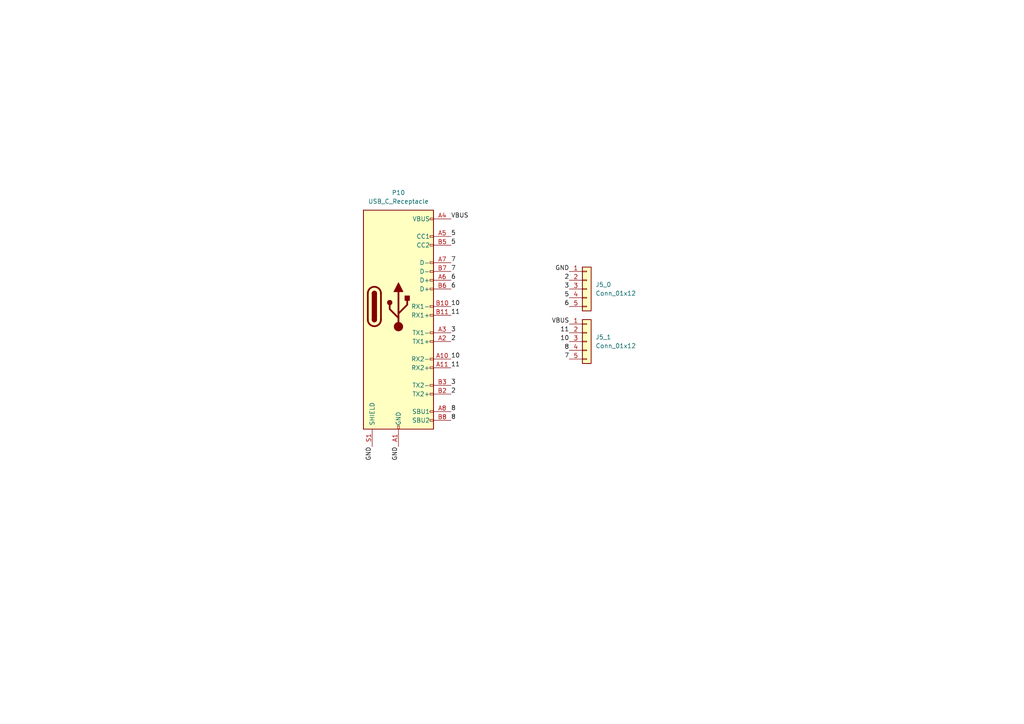
<source format=kicad_sch>
(kicad_sch (version 20250114) (generator "eeschema") (generator_version "9.0")
  (paper "A4")
  (lib_symbols
    (symbol "Connector:USB_C_Receptacle" (pin_names (offset 1.016))
      (property "Reference" "J" (at -10.16 29.21 0))
      (property "Value" "USB_C_Receptacle" (at 10.16 29.21 0))
      (symbol "USB_C_Receptacle_0_0"
        (rectangle (start -0.254 -35.56) (end 0.254 -34.544))
        (rectangle (start 10.16 25.654) (end 9.144 25.146))
        (rectangle (start 10.16 20.574) (end 9.144 20.066))
        (rectangle (start 10.16 18.034) (end 9.144 17.526))
        (rectangle (start 10.16 12.954) (end 9.144 12.446))
        (rectangle (start 10.16 10.414) (end 9.144 9.906))
        (rectangle (start 10.16 7.874) (end 9.144 7.366))
        (rectangle (start 10.16 5.334) (end 9.144 4.826))
        (rectangle (start 10.16 0.254) (end 9.144 -0.254))
        (rectangle (start 10.16 -2.286) (end 9.144 -2.794))
        (rectangle (start 10.16 -7.366) (end 9.144 -7.874))
        (rectangle (start 10.16 -9.906) (end 9.144 -10.414))
        (rectangle (start 10.16 -14.986) (end 9.144 -15.494))
        (rectangle (start 10.16 -17.526) (end 9.144 -18.034))
        (rectangle (start 10.16 -22.606) (end 9.144 -23.114))
        (rectangle (start 10.16 -25.146) (end 9.144 -25.654))
        (rectangle (start 10.16 -30.226) (end 9.144 -30.734))
        (rectangle (start 10.16 -32.766) (end 9.144 -33.274))
      )
      (symbol "USB_C_Receptacle_0_1"
        (rectangle (start -10.16 27.94) (end 10.16 -35.56) (stroke (width 0.254)) (fill (type background)))
        (polyline (pts (xy -8.89 -3.81) (xy -8.89 3.81)) (stroke (width 0.508)))
        (rectangle (start -7.62 -3.81) (end -6.35 3.81) (stroke (width 0.254)) (fill (type outline)))
        (arc (start -7.62 3.81) (mid -6.985 4.4423) (end -6.35 3.81) (stroke (width 0.254)))
        (arc (start -7.62 3.81) (mid -6.985 4.4423) (end -6.35 3.81) (stroke (width 0.254)) (fill (type outline)))
        (arc (start -8.89 3.81) (mid -6.985 5.7067) (end -5.08 3.81) (stroke (width 0.508)))
        (arc (start -5.08 -3.81) (mid -6.985 -5.7067) (end -8.89 -3.81) (stroke (width 0.508)))
        (arc (start -6.35 -3.81) (mid -6.985 -4.4423) (end -7.62 -3.81) (stroke (width 0.254)))
        (arc (start -6.35 -3.81) (mid -6.985 -4.4423) (end -7.62 -3.81) (stroke (width 0.254)) (fill (type outline)))
        (polyline (pts (xy -5.08 3.81) (xy -5.08 -3.81)) (stroke (width 0.508)))
      )
      (symbol "USB_C_Receptacle_1_1"
        (circle (center -2.54 1.143) (radius 0.635) (stroke (width 0.254)) (fill (type outline)))
        (polyline (pts (xy -1.27 4.318) (xy 0 6.858) (xy 1.27 4.318) (xy -1.27 4.318)) (stroke (width 0.254)) (fill (type outline)))
        (polyline (pts (xy 0 -2.032) (xy 2.54 0.508) (xy 2.54 1.778)) (stroke (width 0.508)))
        (polyline (pts (xy 0 -3.302) (xy -2.54 -0.762) (xy -2.54 0.508)) (stroke (width 0.508)))
        (polyline (pts (xy 0 -5.842) (xy 0 4.318)) (stroke (width 0.508)))
        (circle (center 0 -5.842) (radius 1.27) (fill (type outline)))
        (rectangle (start 1.905 1.778) (end 3.175 3.048) (stroke (width 0.254)) (fill (type outline)))
        (pin passive line (at -7.62 -40.64 90) (length 5.08) (name "SHIELD") (number "S1"))
        (pin passive line (at 0 -40.64 90) (length 5.08) (name "GND") (number "A1"))
        (pin passive line (at 0 -40.64 90) (length 5.08) (hide yes) (name "GND") (number "A12"))
        (pin passive line (at 0 -40.64 90) (length 5.08) (hide yes) (name "GND") (number "B1"))
        (pin passive line (at 0 -40.64 90) (length 5.08) (hide yes) (name "GND") (number "B12"))
        (pin passive line (at 15.24 25.4 180) (length 5.08) (name "VBUS") (number "A4"))
        (pin passive line (at 15.24 25.4 180) (length 5.08) (hide yes) (name "VBUS") (number "A9"))
        (pin passive line (at 15.24 25.4 180) (length 5.08) (hide yes) (name "VBUS") (number "B4"))
        (pin passive line (at 15.24 25.4 180) (length 5.08) (hide yes) (name "VBUS") (number "B9"))
        (pin bidirectional line (at 15.24 20.32 180) (length 5.08) (name "CC1") (number "A5"))
        (pin bidirectional line (at 15.24 17.78 180) (length 5.08) (name "CC2") (number "B5"))
        (pin bidirectional line (at 15.24 12.7 180) (length 5.08) (name "D-") (number "A7"))
        (pin bidirectional line (at 15.24 10.16 180) (length 5.08) (name "D-") (number "B7"))
        (pin bidirectional line (at 15.24 7.62 180) (length 5.08) (name "D+") (number "A6"))
        (pin bidirectional line (at 15.24 5.08 180) (length 5.08) (name "D+") (number "B6"))
        (pin bidirectional line (at 15.24 0 180) (length 5.08) (name "RX1-") (number "B10"))
        (pin bidirectional line (at 15.24 -2.54 180) (length 5.08) (name "RX1+") (number "B11"))
        (pin bidirectional line (at 15.24 -7.62 180) (length 5.08) (name "TX1-") (number "A3"))
        (pin bidirectional line (at 15.24 -10.16 180) (length 5.08) (name "TX1+") (number "A2"))
        (pin bidirectional line (at 15.24 -15.24 180) (length 5.08) (name "RX2-") (number "A10"))
        (pin bidirectional line (at 15.24 -17.78 180) (length 5.08) (name "RX2+") (number "A11"))
        (pin bidirectional line (at 15.24 -22.86 180) (length 5.08) (name "TX2-") (number "B3"))
        (pin bidirectional line (at 15.24 -25.4 180) (length 5.08) (name "TX2+") (number "B2"))
        (pin bidirectional line (at 15.24 -30.48 180) (length 5.08) (name "SBU1") (number "A8"))
        (pin bidirectional line (at 15.24 -33.02 180) (length 5.08) (name "SBU2") (number "B8"))
      )
    )
    (symbol "Connector_Generic:Conn_01x05" (pin_names (offset 1.016) (hide yes))
      (property "Reference" "J" (at 0 7.62 0))
      (property "Value" "Conn_01x05" (at 0 -7.62 0))
      (symbol "Conn_01x05_1_1"
        (rectangle (start -1.27 6.35) (end 1.27 -6.35) (stroke (width 0.254)) (fill (type background)))
        (rectangle (start -1.27 5.207) (end 0 4.953) (stroke (width 0.1524)))
        (rectangle (start -1.27 2.667) (end 0 2.413) (stroke (width 0.1524)))
        (rectangle (start -1.27 0.127) (end 0 -0.127) (stroke (width 0.1524)))
        (rectangle (start -1.27 -2.413) (end 0 -2.667) (stroke (width 0.1524)))
        (rectangle (start -1.27 -4.953) (end 0 -5.207) (stroke (width 0.1524)))
        (pin passive line (at -5.08 5.08 0) (length 3.81) (name "Pin_1") (number "1"))
        (pin passive line (at -5.08 2.54 0) (length 3.81) (name "Pin_2") (number "2"))
        (pin passive line (at -5.08 0 0) (length 3.81) (name "Pin_3") (number "3"))
        (pin passive line (at -5.08 -2.54 0) (length 3.81) (name "Pin_4") (number "4"))
        (pin passive line (at -5.08 -5.08 0) (length 3.81) (name "Pin_5") (number "5"))
      )
    )
  )
  (label "3" (at 165.1 83.82 180))
  (label "VBUS" (at 165.1 93.98 180))
  (label "2" (at 165.1 81.28 180))
  (label "GND" (at 165.1 78.74 180))
  (label "6" (at 130.81 83.82 0))
  (label "8" (at 130.81 121.92 0))
  (label "VBUS" (at 130.81 63.5 0))
  (label "6" (at 130.81 81.28 0))
  (label "2" (at 130.81 114.3 0))
  (label "GND" (at 107.95 129.54 270))
  (label "11" (at 165.1 96.52 180))
  (label "3" (at 130.81 96.52 0))
  (label "GND" (at 115.57 129.54 270))
  (label "11" (at 130.81 106.68 0))
  (label "3" (at 130.81 111.76 0))
  (label "5" (at 130.81 68.58 0))
  (label "6" (at 165.1 88.9 180))
  (label "5" (at 165.1 86.36 180))
  (label "2" (at 130.81 99.06 0))
  (label "8" (at 165.1 101.6 180))
  (label "7" (at 130.81 76.2 0))
  (label "7" (at 165.1 104.14 180))
  (label "10" (at 130.81 88.9 0))
  (label "10" (at 165.1 99.06 180))
  (label "10" (at 130.81 104.14 0))
  (label "5" (at 130.81 71.12 0))
  (label "7" (at 130.81 78.74 0))
  (label "8" (at 130.81 119.38 0))
  (label "11" (at 130.81 91.44 0))
  (symbol (lib_id "Connector_Generic:Conn_01x05") (at 170.18 99.06 0) (unit 1)
    (property "Reference" "J5_1" (at 172.72 97.7899 0) (effects (justify left)))
    (property "Value" "Conn_01x12" (at 172.72 100.3299 0) (effects (justify left)))
    (property "Footprint" "Connector_PinHeader_2.54mm:PinHeader_1x05_P2.54mm_Vertical" (effects (hide yes)))
    (property "Description" "Generic connector, single row, 01x05, script generated (kicad-library-utils/schlib/autogen/connector/)" (effects (hide yes)))
  )
  (symbol (lib_id "Connector_Generic:Conn_01x05") (at 170.18 83.82 0) (unit 1)
    (property "Reference" "J5_0" (at 172.72 82.5499 0) (effects (justify left)))
    (property "Value" "Conn_01x12" (at 172.72 85.0899 0) (effects (justify left)))
    (property "Footprint" "Connector_PinHeader_2.54mm:PinHeader_1x05_P2.54mm_Vertical" (effects (hide yes)))
    (property "Description" "Generic connector, single row, 01x05, script generated (kicad-library-utils/schlib/autogen/connector/)" (effects (hide yes)))
  )
  (symbol (lib_id "Connector:USB_C_Receptacle") (at 115.57 88.9 0) (unit 1)
    (property "Reference" "P10" (at 115.57 55.88 0))
    (property "Value" "USB_C_Receptacle" (at 115.57 58.42 0))
    (property "Footprint" "Connector_USB:USB_C_Receptacle_JAE_DX07S024WJ3R400" (effects (hide yes)))
    (property "Datasheet" "https://www.usb.org/sites/default/files/documents/usb_type-c.zip" (effects (hide yes)))
    (property "Description" "USB Full-Featured Type-C Receptacle connector" (effects (hide yes)))
  )
)
</source>
